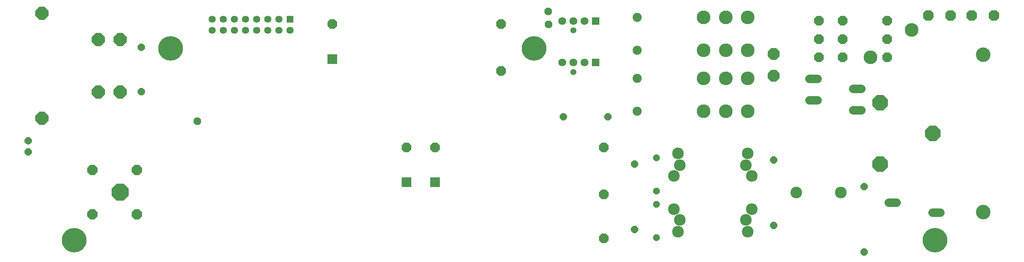
<source format=gbs>
G75*
%MOIN*%
%OFA0B0*%
%FSLAX25Y25*%
%IPPOS*%
%LPD*%
%AMOC8*
5,1,8,0,0,1.08239X$1,22.5*
%
%ADD10C,0.07587*%
%ADD11OC8,0.06500*%
%ADD12OC8,0.10500*%
%ADD13OC8,0.08768*%
%ADD14C,0.12311*%
%ADD15C,0.13098*%
%ADD16OC8,0.13886*%
%ADD17OC8,0.11768*%
%ADD18OC8,0.09100*%
%ADD19OC8,0.15500*%
%ADD20R,0.07100X0.07100*%
%ADD21C,0.07100*%
%ADD22C,0.05421*%
%ADD23R,0.06406X0.06406*%
%ADD24C,0.06406*%
%ADD25OC8,0.06406*%
%ADD26OC8,0.09555*%
%ADD27OC8,0.06996*%
%ADD28R,0.08768X0.08768*%
%ADD29OC8,0.05900*%
%ADD30C,0.08177*%
%ADD31C,0.10500*%
%ADD32C,0.22154*%
D10*
X0817841Y0206173D02*
X0824928Y0206173D01*
X0857211Y0197118D02*
X0864298Y0197118D01*
X0864298Y0216618D02*
X0857211Y0216618D01*
X0824928Y0225673D02*
X0817841Y0225673D01*
X0889091Y0113923D02*
X0896178Y0113923D01*
X0928461Y0104868D02*
X0935548Y0104868D01*
D11*
X0867070Y0128396D03*
X0785570Y0152396D03*
X0660820Y0148646D03*
X0636570Y0191396D03*
X0596570Y0191396D03*
X0785570Y0093396D03*
X0867070Y0069396D03*
X0660820Y0089646D03*
X0217288Y0213927D03*
X0217288Y0253927D03*
D12*
X0785570Y0247988D03*
X0785570Y0228303D03*
D13*
X0826243Y0244860D03*
X0847896Y0244860D03*
X0887820Y0244860D03*
X0887820Y0261396D03*
X0847896Y0261396D03*
X0826243Y0261396D03*
X0826243Y0277931D03*
X0847896Y0277931D03*
X0887820Y0277931D03*
X0540806Y0274882D03*
X0540806Y0232559D03*
X0389231Y0274882D03*
X0455890Y0163632D03*
X0481481Y0163632D03*
X0633056Y0163632D03*
X0633056Y0121309D03*
X0633056Y0081742D03*
D14*
X0722741Y0196264D03*
X0742583Y0196264D03*
X0762426Y0196264D03*
X0762426Y0226028D03*
X0742583Y0226028D03*
X0722741Y0226028D03*
X0722741Y0251264D03*
X0742583Y0251264D03*
X0762426Y0251264D03*
X0762426Y0281028D03*
X0742583Y0281028D03*
X0722741Y0281028D03*
X0872662Y0244860D03*
X0909670Y0269663D03*
D15*
X0974054Y0247122D03*
X0974054Y0105390D03*
D16*
X0881534Y0148697D03*
X0928778Y0176256D03*
X0881534Y0203815D03*
D17*
X0198463Y0213657D03*
X0178778Y0213657D03*
X0127991Y0190035D03*
X0178778Y0260902D03*
X0198463Y0260902D03*
X0127991Y0284524D03*
D18*
X0173424Y0143106D03*
X0213424Y0143106D03*
X0213424Y0103106D03*
X0173424Y0103106D03*
D19*
X0198463Y0123106D03*
D20*
X0625820Y0240146D03*
X0625820Y0277646D03*
D21*
X0615820Y0277646D03*
X0605820Y0277646D03*
X0595820Y0277646D03*
X0595820Y0240146D03*
X0605820Y0240146D03*
X0615820Y0240146D03*
D22*
X0605820Y0231642D03*
X0605820Y0269142D03*
D23*
X0351070Y0279146D03*
D24*
X0341070Y0279146D03*
X0331070Y0279146D03*
X0321070Y0279146D03*
X0311070Y0279146D03*
X0301070Y0279146D03*
X0291070Y0279146D03*
X0281070Y0279146D03*
X0281070Y0269146D03*
X0291070Y0269146D03*
X0301070Y0269146D03*
X0311070Y0269146D03*
X0321070Y0269146D03*
X0331070Y0269146D03*
X0341070Y0269146D03*
X0351070Y0269146D03*
D25*
X0115786Y0169445D03*
X0115786Y0159445D03*
D26*
X0924820Y0282646D03*
X0944820Y0282646D03*
X0963820Y0282646D03*
X0983820Y0282646D03*
D27*
X0583320Y0274646D03*
X0583070Y0286146D03*
X0267820Y0187396D03*
D28*
X0389231Y0243386D03*
X0455890Y0132136D03*
X0481481Y0132136D03*
D29*
X0680320Y0124396D03*
X0680320Y0112396D03*
X0680320Y0082396D03*
X0680320Y0154396D03*
D30*
X0663213Y0196264D03*
X0663213Y0226028D03*
X0663213Y0251264D03*
X0663213Y0281028D03*
D31*
X0699573Y0158329D03*
X0701542Y0147502D03*
X0696070Y0137896D03*
X0760597Y0147502D03*
X0762566Y0158329D03*
X0766070Y0137896D03*
X0806070Y0122896D03*
X0846070Y0122896D03*
X0766070Y0107896D03*
X0760597Y0098289D03*
X0762566Y0087463D03*
X0701542Y0098289D03*
X0699573Y0087463D03*
X0696070Y0107896D03*
D32*
X0157125Y0079799D03*
X0243739Y0253028D03*
X0570510Y0253028D03*
X0930747Y0079799D03*
M02*

</source>
